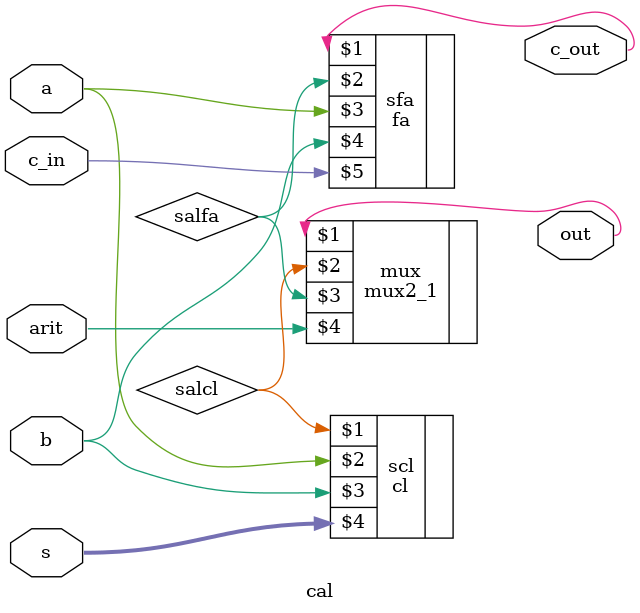
<source format=v>
module cal(output wire out, c_out, input wire a, b, arit, c_in, input wire [1:0] s);

	wire salfa, salcl;

	fa sfa(c_out, salfa, a, b, c_in);

	cl scl(salcl, a, b, s);

	mux2_1 mux(out, salcl, salfa, arit);
		
endmodule





</source>
